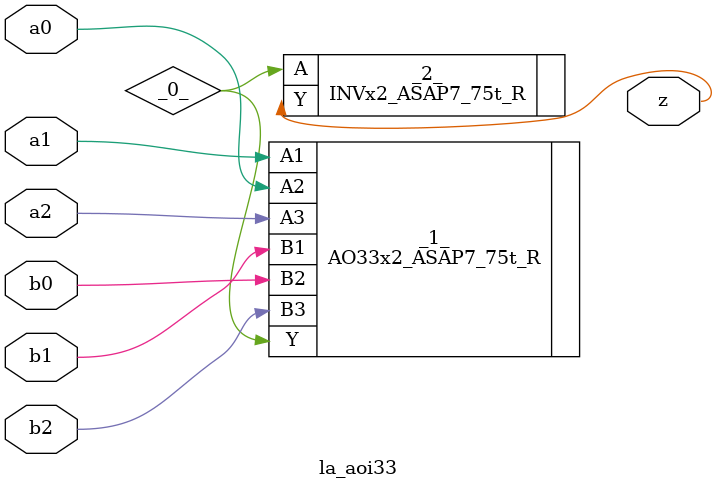
<source format=v>

/* Generated by Yosys 0.37 (git sha1 a5c7f69ed, clang 14.0.0-1ubuntu1.1 -fPIC -Os) */

module la_aoi33(a0, a1, a2, b0, b1, b2, z);
  wire _0_;
  input a0;
  wire a0;
  input a1;
  wire a1;
  input a2;
  wire a2;
  input b0;
  wire b0;
  input b1;
  wire b1;
  input b2;
  wire b2;
  output z;
  wire z;
  AO33x2_ASAP7_75t_R _1_ (
    .A1(a1),
    .A2(a0),
    .A3(a2),
    .B1(b1),
    .B2(b0),
    .B3(b2),
    .Y(_0_)
  );
  INVx2_ASAP7_75t_R _2_ (
    .A(_0_),
    .Y(z)
  );
endmodule

</source>
